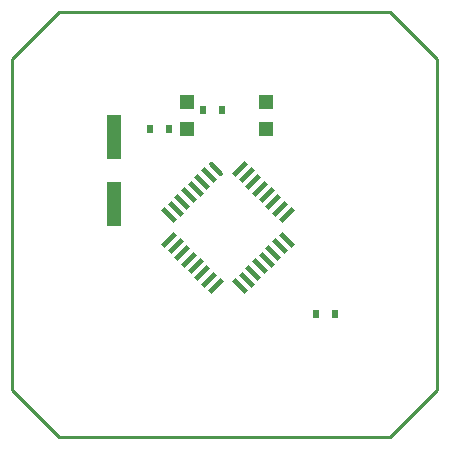
<source format=gtp>
%FSLAX24Y24*%
%MOIN*%
G70*
G01*
G75*
G04 Layer_Color=8421504*
%ADD10R,0.0236X0.0315*%
G04:AMPARAMS|DCode=11|XSize=15.7mil|YSize=59.1mil|CornerRadius=0mil|HoleSize=0mil|Usage=FLASHONLY|Rotation=315.000|XOffset=0mil|YOffset=0mil|HoleType=Round|Shape=Rectangle|*
%AMROTATEDRECTD11*
4,1,4,-0.0264,-0.0153,0.0153,0.0264,0.0264,0.0153,-0.0153,-0.0264,-0.0264,-0.0153,0.0*
%
%ADD11ROTATEDRECTD11*%

G04:AMPARAMS|DCode=12|XSize=15.7mil|YSize=59.1mil|CornerRadius=0mil|HoleSize=0mil|Usage=FLASHONLY|Rotation=45.000|XOffset=0mil|YOffset=0mil|HoleType=Round|Shape=Rectangle|*
%AMROTATEDRECTD12*
4,1,4,0.0153,-0.0264,-0.0264,0.0153,-0.0153,0.0264,0.0264,-0.0153,0.0153,-0.0264,0.0*
%
%ADD12ROTATEDRECTD12*%

G04:AMPARAMS|DCode=13|XSize=15.7mil|YSize=59.1mil|CornerRadius=0mil|HoleSize=0mil|Usage=FLASHONLY|Rotation=45.000|XOffset=0mil|YOffset=0mil|HoleType=Round|Shape=Round|*
%AMOVALD13*
21,1,0.0433,0.0157,0.0000,0.0000,135.0*
1,1,0.0157,0.0153,-0.0153*
1,1,0.0157,-0.0153,0.0153*
%
%ADD13OVALD13*%

%ADD14R,0.0450X0.0450*%
%ADD15R,0.0472X0.1457*%
%ADD16C,0.0200*%
%ADD17C,0.0100*%
%ADD18C,0.0150*%
%ADD19R,0.0540X0.0670*%
%ADD20R,0.1080X0.0760*%
%ADD21R,0.1260X0.1080*%
%ADD22R,0.0820X0.1791*%
%ADD23R,0.0394X0.1575*%
%ADD24R,0.0394X0.1181*%
%ADD25R,0.1181X0.1575*%
%ADD26R,0.1575X0.0394*%
%ADD27R,0.1181X0.0394*%
%ADD28R,0.1575X0.1181*%
%ADD29C,0.0625*%
G04:AMPARAMS|DCode=30|XSize=62.5mil|YSize=62.5mil|CornerRadius=0mil|HoleSize=0mil|Usage=FLASHONLY|Rotation=180.000|XOffset=0mil|YOffset=0mil|HoleType=Round|Shape=Octagon|*
%AMOCTAGOND30*
4,1,8,-0.0313,0.0156,-0.0313,-0.0156,-0.0156,-0.0313,0.0156,-0.0313,0.0313,-0.0156,0.0313,0.0156,0.0156,0.0313,-0.0156,0.0313,-0.0313,0.0156,0.0*
%
%ADD30OCTAGOND30*%

%ADD31C,0.0250*%
G04:AMPARAMS|DCode=32|XSize=23.6mil|YSize=31.5mil|CornerRadius=0mil|HoleSize=0mil|Usage=FLASHONLY|Rotation=45.000|XOffset=0mil|YOffset=0mil|HoleType=Round|Shape=Rectangle|*
%AMROTATEDRECTD32*
4,1,4,0.0028,-0.0195,-0.0195,0.0028,-0.0028,0.0195,0.0195,-0.0028,0.0028,-0.0195,0.0*
%
%ADD32ROTATEDRECTD32*%

G04:AMPARAMS|DCode=33|XSize=23.6mil|YSize=31.5mil|CornerRadius=0mil|HoleSize=0mil|Usage=FLASHONLY|Rotation=135.000|XOffset=0mil|YOffset=0mil|HoleType=Round|Shape=Rectangle|*
%AMROTATEDRECTD33*
4,1,4,0.0195,0.0028,-0.0028,-0.0195,-0.0195,-0.0028,0.0028,0.0195,0.0195,0.0028,0.0*
%
%ADD33ROTATEDRECTD33*%

%ADD34R,0.0315X0.0236*%
%ADD35R,0.0310X0.0350*%
%ADD36R,0.0440X0.1070*%
%ADD37C,0.0039*%
%ADD38C,0.0060*%
%ADD39C,0.0075*%
%ADD40C,0.0070*%
D10*
X37085Y31860D02*
D03*
X37715D02*
D03*
X35925Y31210D02*
D03*
X35295D02*
D03*
X41485Y25050D02*
D03*
X40855D02*
D03*
D11*
X38307Y29900D02*
D03*
X38530Y29677D02*
D03*
X38753Y29455D02*
D03*
X38975Y29232D02*
D03*
X39198Y29009D02*
D03*
X39421Y28786D02*
D03*
X39644Y28564D02*
D03*
X39866Y28341D02*
D03*
X37500Y25975D02*
D03*
X37277Y26197D02*
D03*
X37055Y26420D02*
D03*
X36832Y26643D02*
D03*
X36609Y26866D02*
D03*
X36386Y27088D02*
D03*
X36164Y27311D02*
D03*
X35941Y27534D02*
D03*
D12*
X39866D02*
D03*
X39644Y27311D02*
D03*
X39421Y27088D02*
D03*
X39198Y26866D02*
D03*
X38975Y26643D02*
D03*
X38753Y26420D02*
D03*
X38530Y26197D02*
D03*
X38307Y25975D02*
D03*
X35941Y28341D02*
D03*
X36164Y28564D02*
D03*
X36386Y28786D02*
D03*
X36609Y29009D02*
D03*
X36832Y29232D02*
D03*
X37055Y29455D02*
D03*
X37277Y29677D02*
D03*
D13*
X37500Y29900D02*
D03*
D14*
X39180Y32110D02*
D03*
Y31210D02*
D03*
X36530Y32120D02*
D03*
Y31220D02*
D03*
D15*
X34110Y30962D02*
D03*
Y28718D02*
D03*
D17*
X30713Y33561D02*
X32287Y35136D01*
X30713Y22537D02*
Y33561D01*
Y22537D02*
X32287Y20963D01*
X43311D01*
X44886Y22537D01*
Y33561D01*
X43311Y35136D02*
X44886Y33561D01*
X32287Y35136D02*
X43311D01*
M02*

</source>
